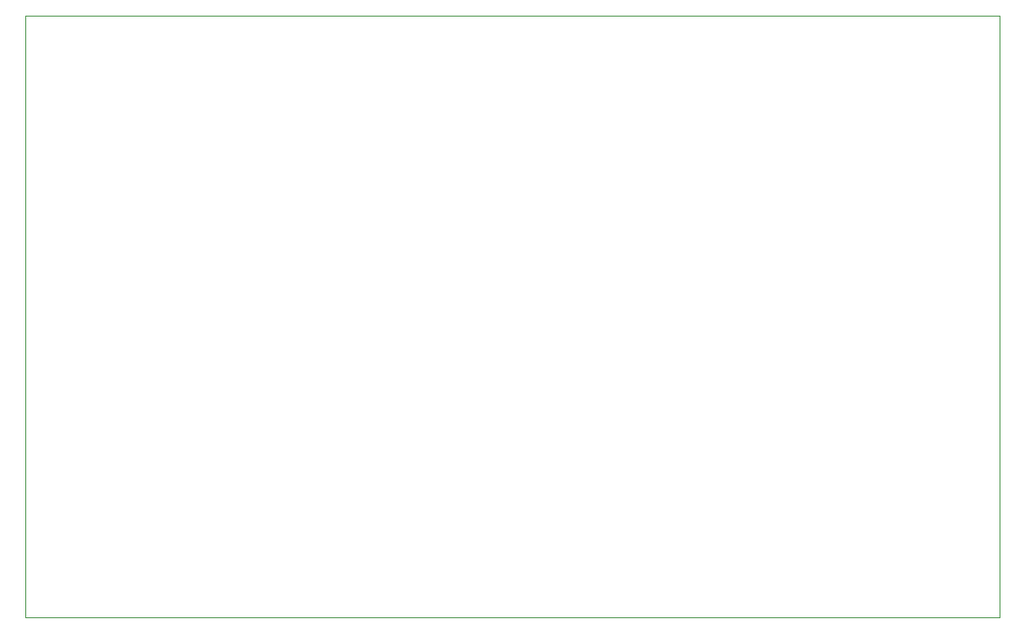
<source format=gbr>
%TF.GenerationSoftware,KiCad,Pcbnew,7.0.9*%
%TF.CreationDate,2024-07-11T14:42:56+10:00*%
%TF.ProjectId,bms test circuit,626d7320-7465-4737-9420-636972637569,rev?*%
%TF.SameCoordinates,Original*%
%TF.FileFunction,Profile,NP*%
%FSLAX46Y46*%
G04 Gerber Fmt 4.6, Leading zero omitted, Abs format (unit mm)*
G04 Created by KiCad (PCBNEW 7.0.9) date 2024-07-11 14:42:56*
%MOMM*%
%LPD*%
G01*
G04 APERTURE LIST*
%TA.AperFunction,Profile*%
%ADD10C,0.100000*%
%TD*%
G04 APERTURE END LIST*
D10*
X168529000Y-40767000D02*
X263017000Y-40767000D01*
X263017000Y-99187000D01*
X168529000Y-99187000D01*
X168529000Y-40767000D01*
M02*

</source>
